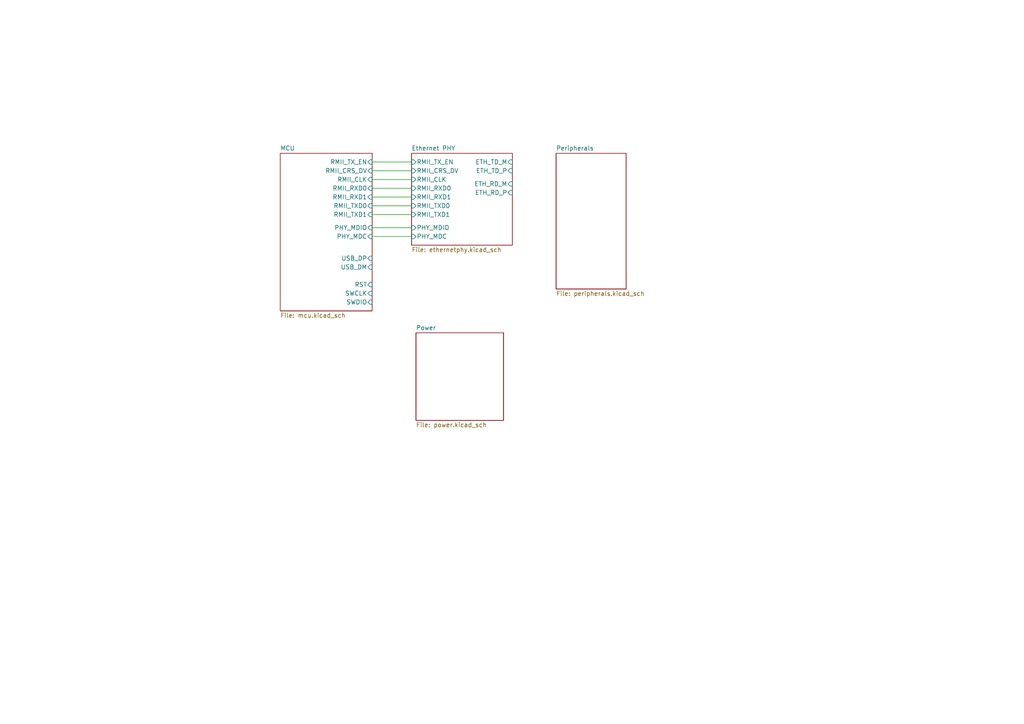
<source format=kicad_sch>
(kicad_sch
	(version 20250114)
	(generator "eeschema")
	(generator_version "9.0")
	(uuid "8882cb81-f0f1-4079-b773-46d85e112905")
	(paper "A4")
	(title_block
		(date "2025-11-09")
		(rev "v0.1")
	)
	(lib_symbols)
	(wire
		(pts
			(xy 107.95 46.99) (xy 119.38 46.99)
		)
		(stroke
			(width 0)
			(type default)
		)
		(uuid "32aa86d2-7042-4620-a269-4ed46905259b")
	)
	(wire
		(pts
			(xy 107.95 59.69) (xy 119.38 59.69)
		)
		(stroke
			(width 0)
			(type default)
		)
		(uuid "4b551862-da3b-4096-85d7-3fb9f4be108a")
	)
	(wire
		(pts
			(xy 107.95 57.15) (xy 119.38 57.15)
		)
		(stroke
			(width 0)
			(type default)
		)
		(uuid "5d67ef04-cf18-464b-88cf-56fd22362d4b")
	)
	(wire
		(pts
			(xy 107.95 52.07) (xy 119.38 52.07)
		)
		(stroke
			(width 0)
			(type default)
		)
		(uuid "6c8947bb-3774-4c0c-a0fb-b71d467b7d0c")
	)
	(wire
		(pts
			(xy 107.95 54.61) (xy 119.38 54.61)
		)
		(stroke
			(width 0)
			(type default)
		)
		(uuid "938236a2-e6fb-413e-b398-31765aae29b1")
	)
	(wire
		(pts
			(xy 107.95 49.53) (xy 119.38 49.53)
		)
		(stroke
			(width 0)
			(type default)
		)
		(uuid "9c20cd8e-6fca-467c-b08a-7126b93ed2ee")
	)
	(wire
		(pts
			(xy 107.95 62.23) (xy 119.38 62.23)
		)
		(stroke
			(width 0)
			(type default)
		)
		(uuid "a7ccec01-82d8-484d-948a-d409b1d4fca4")
	)
	(wire
		(pts
			(xy 107.95 68.58) (xy 119.38 68.58)
		)
		(stroke
			(width 0)
			(type default)
		)
		(uuid "baba8886-bce7-42d8-b3d4-7ee07115302d")
	)
	(wire
		(pts
			(xy 107.95 66.04) (xy 119.38 66.04)
		)
		(stroke
			(width 0)
			(type default)
		)
		(uuid "fa66fbcf-0e07-45e2-be08-196ea376327f")
	)
	(sheet
		(at 81.28 44.45)
		(size 26.67 45.72)
		(exclude_from_sim no)
		(in_bom yes)
		(on_board yes)
		(dnp no)
		(fields_autoplaced yes)
		(stroke
			(width 0.1524)
			(type solid)
		)
		(fill
			(color 0 0 0 0.0000)
		)
		(uuid "37a5a5da-174b-4d99-be09-c393630c7539")
		(property "Sheetname" "MCU"
			(at 81.28 43.7384 0)
			(effects
				(font
					(size 1.27 1.27)
				)
				(justify left bottom)
			)
		)
		(property "Sheetfile" "mcu.kicad_sch"
			(at 81.28 90.7546 0)
			(effects
				(font
					(size 1.27 1.27)
				)
				(justify left top)
			)
		)
		(pin "SWDIO" input
			(at 107.95 87.63 0)
			(uuid "941de1e4-3531-460f-8ea7-fa926dd839f1")
			(effects
				(font
					(size 1.27 1.27)
				)
				(justify right)
			)
		)
		(pin "RMII_TX_EN" input
			(at 107.95 46.99 0)
			(uuid "531a1b45-e15f-4983-816f-6eb7625ab061")
			(effects
				(font
					(size 1.27 1.27)
				)
				(justify right)
			)
		)
		(pin "RMII_CRS_DV" input
			(at 107.95 49.53 0)
			(uuid "1d1f530f-3122-4126-ac9a-cf04c68ecd25")
			(effects
				(font
					(size 1.27 1.27)
				)
				(justify right)
			)
		)
		(pin "RMII_RXD1" input
			(at 107.95 57.15 0)
			(uuid "95a54131-1a4b-4195-b8c8-cd9c1b353707")
			(effects
				(font
					(size 1.27 1.27)
				)
				(justify right)
			)
		)
		(pin "USB_DM" input
			(at 107.95 77.47 0)
			(uuid "ec100cdd-88a1-4bdc-bef8-995ac1af9f90")
			(effects
				(font
					(size 1.27 1.27)
				)
				(justify right)
			)
		)
		(pin "RMII_TXD0" input
			(at 107.95 59.69 0)
			(uuid "293a10d2-08c5-44a0-90ac-63c60a856ea3")
			(effects
				(font
					(size 1.27 1.27)
				)
				(justify right)
			)
		)
		(pin "RST" input
			(at 107.95 82.55 0)
			(uuid "4848b4d0-b5ac-459e-b1f7-377ae6784758")
			(effects
				(font
					(size 1.27 1.27)
				)
				(justify right)
			)
		)
		(pin "RMII_RXD0" input
			(at 107.95 54.61 0)
			(uuid "2ba31ca8-5ce8-4d09-b3a8-6151c9da15c6")
			(effects
				(font
					(size 1.27 1.27)
				)
				(justify right)
			)
		)
		(pin "RMII_TXD1" input
			(at 107.95 62.23 0)
			(uuid "37421cfe-e9bf-4ad4-8306-e85db79a3262")
			(effects
				(font
					(size 1.27 1.27)
				)
				(justify right)
			)
		)
		(pin "USB_DP" input
			(at 107.95 74.93 0)
			(uuid "5866d8be-d337-4ddf-aa5a-fa6de3134664")
			(effects
				(font
					(size 1.27 1.27)
				)
				(justify right)
			)
		)
		(pin "SWCLK" input
			(at 107.95 85.09 0)
			(uuid "cb312051-819f-42af-990c-9ad2a46219a2")
			(effects
				(font
					(size 1.27 1.27)
				)
				(justify right)
			)
		)
		(pin "RMII_CLK" input
			(at 107.95 52.07 0)
			(uuid "0e322793-2c46-4fd6-adf0-a6b49ac5f5ee")
			(effects
				(font
					(size 1.27 1.27)
				)
				(justify right)
			)
		)
		(pin "PHY_MDIO" input
			(at 107.95 66.04 0)
			(uuid "9cef584a-a769-4d18-8c9b-e252fc50a85e")
			(effects
				(font
					(size 1.27 1.27)
				)
				(justify right)
			)
		)
		(pin "PHY_MDC" input
			(at 107.95 68.58 0)
			(uuid "305d5eb2-c1f7-44f7-860d-349d67c182f8")
			(effects
				(font
					(size 1.27 1.27)
				)
				(justify right)
			)
		)
		(instances
			(project "POETempSensor"
				(path "/8882cb81-f0f1-4079-b773-46d85e112905"
					(page "2")
				)
			)
		)
	)
	(sheet
		(at 161.29 44.45)
		(size 20.32 39.37)
		(exclude_from_sim no)
		(in_bom yes)
		(on_board yes)
		(dnp no)
		(fields_autoplaced yes)
		(stroke
			(width 0.1524)
			(type solid)
		)
		(fill
			(color 0 0 0 0.0000)
		)
		(uuid "3cd4941e-3cef-4c26-81e6-dd9cbafa0324")
		(property "Sheetname" "Peripherals"
			(at 161.29 43.7384 0)
			(effects
				(font
					(size 1.27 1.27)
				)
				(justify left bottom)
			)
		)
		(property "Sheetfile" "peripherals.kicad_sch"
			(at 161.29 84.4046 0)
			(effects
				(font
					(size 1.27 1.27)
				)
				(justify left top)
			)
		)
		(instances
			(project "POETempSensor"
				(path "/8882cb81-f0f1-4079-b773-46d85e112905"
					(page "4")
				)
			)
		)
	)
	(sheet
		(at 120.65 96.52)
		(size 25.4 25.4)
		(exclude_from_sim no)
		(in_bom yes)
		(on_board yes)
		(dnp no)
		(fields_autoplaced yes)
		(stroke
			(width 0.1524)
			(type solid)
		)
		(fill
			(color 0 0 0 0.0000)
		)
		(uuid "92cfeedb-a83e-46ee-a18c-f2a63fd40542")
		(property "Sheetname" "Power"
			(at 120.65 95.8084 0)
			(effects
				(font
					(size 1.27 1.27)
				)
				(justify left bottom)
			)
		)
		(property "Sheetfile" "power.kicad_sch"
			(at 120.65 122.5046 0)
			(effects
				(font
					(size 1.27 1.27)
				)
				(justify left top)
			)
		)
		(instances
			(project "POETempSensor"
				(path "/8882cb81-f0f1-4079-b773-46d85e112905"
					(page "5")
				)
			)
		)
	)
	(sheet
		(at 119.38 44.45)
		(size 29.21 26.67)
		(exclude_from_sim no)
		(in_bom yes)
		(on_board yes)
		(dnp no)
		(fields_autoplaced yes)
		(stroke
			(width 0.1524)
			(type solid)
		)
		(fill
			(color 0 0 0 0.0000)
		)
		(uuid "97e4db48-2905-42e0-8082-dbecc9821237")
		(property "Sheetname" "Ethernet PHY"
			(at 119.38 43.7384 0)
			(effects
				(font
					(size 1.27 1.27)
				)
				(justify left bottom)
			)
		)
		(property "Sheetfile" "ethernetphy.kicad_sch"
			(at 119.38 71.7046 0)
			(effects
				(font
					(size 1.27 1.27)
				)
				(justify left top)
			)
		)
		(pin "ETH_TD_M" input
			(at 148.59 46.99 0)
			(uuid "dd7adb2c-de5f-4ed9-bb55-19e489be82cc")
			(effects
				(font
					(size 1.27 1.27)
				)
				(justify right)
			)
		)
		(pin "ETH_TD_P" input
			(at 148.59 49.53 0)
			(uuid "7865deab-01e0-4391-b777-4e2b04e40b5b")
			(effects
				(font
					(size 1.27 1.27)
				)
				(justify right)
			)
		)
		(pin "ETH_RD_M" input
			(at 148.59 53.34 0)
			(uuid "c1fefe6a-3449-4d28-9b4e-e521e42fb19b")
			(effects
				(font
					(size 1.27 1.27)
				)
				(justify right)
			)
		)
		(pin "RMII_RXD0" input
			(at 119.38 54.61 180)
			(uuid "fd3d87b4-5468-46e0-bf5f-7ba07eede3fc")
			(effects
				(font
					(size 1.27 1.27)
				)
				(justify left)
			)
		)
		(pin "RMII_TXD0" input
			(at 119.38 59.69 180)
			(uuid "32939230-376d-4da7-a019-085d2b31ad7f")
			(effects
				(font
					(size 1.27 1.27)
				)
				(justify left)
			)
		)
		(pin "RMII_CRS_DV" input
			(at 119.38 49.53 180)
			(uuid "3329d1f8-72fa-45b7-9f04-475def768d5c")
			(effects
				(font
					(size 1.27 1.27)
				)
				(justify left)
			)
		)
		(pin "RMII_RXD1" input
			(at 119.38 57.15 180)
			(uuid "35845e10-9531-44dc-aff5-f3238c80f653")
			(effects
				(font
					(size 1.27 1.27)
				)
				(justify left)
			)
		)
		(pin "RMII_TX_EN" input
			(at 119.38 46.99 180)
			(uuid "48c581c7-54ba-4dda-bd3f-e7bd863a15af")
			(effects
				(font
					(size 1.27 1.27)
				)
				(justify left)
			)
		)
		(pin "RMII_TXD1" input
			(at 119.38 62.23 180)
			(uuid "ef51440e-db32-4655-b904-e34d0735be32")
			(effects
				(font
					(size 1.27 1.27)
				)
				(justify left)
			)
		)
		(pin "RMII_CLK" input
			(at 119.38 52.07 180)
			(uuid "d9c4497e-0dba-4c3f-8c5d-2e9ac449accd")
			(effects
				(font
					(size 1.27 1.27)
				)
				(justify left)
			)
		)
		(pin "ETH_RD_P" input
			(at 148.59 55.88 0)
			(uuid "2468edf7-5ab6-4b77-95ff-a549f6d1c372")
			(effects
				(font
					(size 1.27 1.27)
				)
				(justify right)
			)
		)
		(pin "PHY_MDIO" input
			(at 119.38 66.04 180)
			(uuid "88f63ced-365d-45de-926b-13e797d304ce")
			(effects
				(font
					(size 1.27 1.27)
				)
				(justify left)
			)
		)
		(pin "PHY_MDC" input
			(at 119.38 68.58 180)
			(uuid "1e3fa197-2dbc-4cbc-a05b-c3ba5572f47c")
			(effects
				(font
					(size 1.27 1.27)
				)
				(justify left)
			)
		)
		(instances
			(project "POETempSensor"
				(path "/8882cb81-f0f1-4079-b773-46d85e112905"
					(page "3")
				)
			)
		)
	)
	(sheet_instances
		(path "/"
			(page "1")
		)
	)
	(embedded_fonts no)
)

</source>
